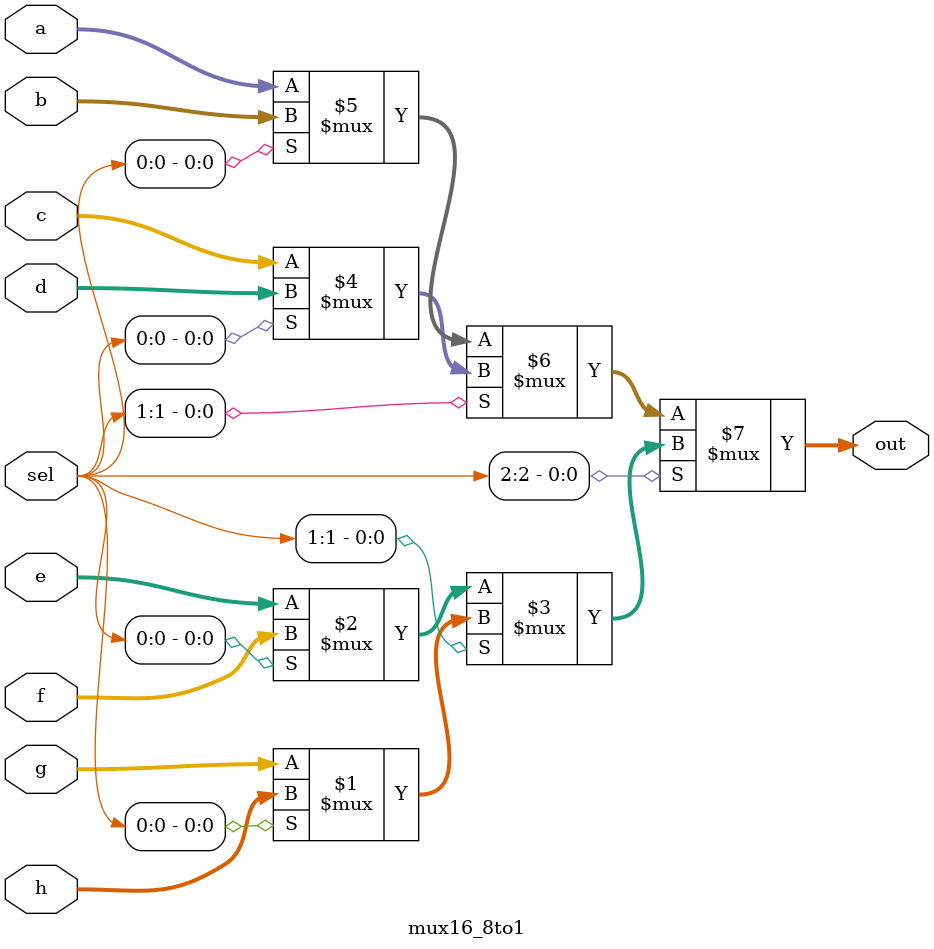
<source format=v>
module mux16_8to1(
    // TODO(bcarlborg): Convert to one bus not 8 separate inputs
    input [15:0] a, b, c, d, e, f, g, h,
    input [2:0] sel,
    output [15:0] out
);
    assign out = sel[2] ? (sel[1] ? (sel[0] ? h : g) : (sel[0] ? f : e)) : (sel[1] ? (sel[0] ? d : c) : (sel[0] ? b : a));
endmodule
</source>
